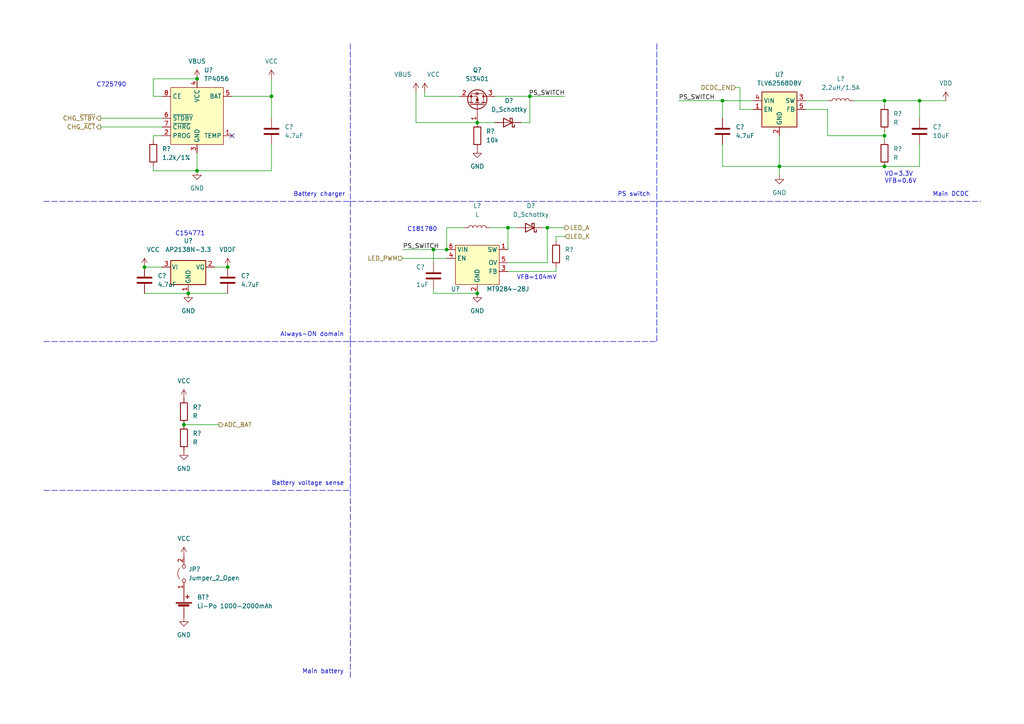
<source format=kicad_sch>
(kicad_sch (version 20211123) (generator eeschema)
  (paper "A4")
  (title_block (title "Home Sensor Tag") (rev "A0") (company "iM.Inc") (comment 1 "PRE-RELEASE"))
  (lib_symbols
    (symbol "Battery_Management_Local:TP4056"
      (property "Reference" "U" (at 0 0 0))
      (property "Value" "TP4056" (at 25.4 11.43 0))
      (symbol "TP4056_0_0"
        (pin input line (at 10.16 -5.08 180) (length 2.54) (name "TEMP") (number "1"))
        (pin input line (at -10.16 -5.08 0) (length 2.54) (name "PROG") (number "2"))
        (pin power_in line (at 0 -10.16 90) (length 2.54) (name "GND") (number "3"))
        (pin power_in line (at 0 11.43 270) (length 2.54) (name "VCC") (number "4"))
        (pin power_out line (at 10.16 6.35 180) (length 2.54) (name "BAT") (number "5"))
        (pin open_collector line (at -10.16 0 0) (length 2.54) (name "~{STDBY}") (number "6"))
        (pin open_collector line (at -10.16 -2.54 0) (length 2.54) (name "~{CHRG}") (number "7"))
        (pin input line (at -10.16 6.35 0) (length 2.54) (name "CE") (number "8"))
      )
      (symbol "TP4056_0_1"
        (rectangle (start -7.62 8.89) (end 7.62 -7.62) (fill (type background)))
      )
    )
    (symbol "Device:Battery_Cell" (pin_numbers hide) (pin_names (offset 0) hide)
      (property "Reference" "BT" (at 2.54 2.54 0))
      (property "Value" "Battery_Cell" (at 2.54 0 0))
      (symbol "Battery_Cell_0_1"
        (rectangle (start -2.286 1.778) (end 2.286 1.524) (fill (type outline)))
        (rectangle (start -1.5748 1.1938) (end 1.4732 0.6858) (fill (type outline)))
        (polyline (pts (xy 0 0.762) (xy 0 0)))
        (polyline (pts (xy 0 1.778) (xy 0 2.54)))
        (polyline (pts (xy 0.508 3.429) (xy 1.524 3.429)) (stroke (width 0.254)))
        (polyline (pts (xy 1.016 3.937) (xy 1.016 2.921)) (stroke (width 0.254)))
      )
      (symbol "Battery_Cell_1_1"
        (pin passive line (at 0 5.08 270) (length 2.54) (name "+") (number "1"))
        (pin passive line (at 0 -2.54 90) (length 2.54) (name "-") (number "2"))
      )
    )
    (symbol "Device:C" (pin_numbers hide) (pin_names (offset 0.254))
      (property "Reference" "C" (at 0.635 2.54 0))
      (property "Value" "C" (at 0.635 -2.54 0))
      (symbol "C_0_1"
        (polyline (pts (xy -2.032 -0.762) (xy 2.032 -0.762)) (stroke (width 0.508)))
        (polyline (pts (xy -2.032 0.762) (xy 2.032 0.762)) (stroke (width 0.508)))
      )
      (symbol "C_1_1"
        (pin passive line (at 0 3.81 270) (length 2.794) (name "~") (number "1"))
        (pin passive line (at 0 -3.81 90) (length 2.794) (name "~") (number "2"))
      )
    )
    (symbol "Device:D_Schottky" (pin_numbers hide) (pin_names (offset 1.016) hide)
      (property "Reference" "D" (at 0 2.54 0))
      (property "Value" "D_Schottky" (at 0 -2.54 0))
      (symbol "D_Schottky_0_1"
        (polyline (pts (xy 1.27 0) (xy -1.27 0)))
        (polyline (pts (xy 1.27 1.27) (xy 1.27 -1.27) (xy -1.27 0) (xy 1.27 1.27)) (stroke (width 0.254)))
        (polyline (pts (xy -1.905 0.635) (xy -1.905 1.27) (xy -1.27 1.27) (xy -1.27 -1.27) (xy -0.635 -1.27) (xy -0.635 -0.635)) (stroke (width 0.254)))
      )
      (symbol "D_Schottky_1_1"
        (pin passive line (at -3.81 0 0) (length 2.54) (name "K") (number "1"))
        (pin passive line (at 3.81 0 180) (length 2.54) (name "A") (number "2"))
      )
    )
    (symbol "Device:L" (pin_numbers hide) (pin_names (offset 1.016) hide)
      (property "Reference" "L" (at -1.27 0 90))
      (property "Value" "L" (at 1.905 0 90))
      (symbol "L_0_1"
        (arc (start 0 -2.54) (mid 0.635 -1.905) (end 0 -1.27))
        (arc (start 0 -1.27) (mid 0.635 -0.635) (end 0 0))
        (arc (start 0 0) (mid 0.635 0.635) (end 0 1.27))
        (arc (start 0 1.27) (mid 0.635 1.905) (end 0 2.54))
      )
      (symbol "L_1_1"
        (pin passive line (at 0 3.81 270) (length 1.27) (name "1") (number "1"))
        (pin passive line (at 0 -3.81 90) (length 1.27) (name "2") (number "2"))
      )
    )
    (symbol "Device:Q_PMOS_GSD" (pin_names (offset 0) hide)
      (property "Reference" "Q" (at 5.08 1.27 0))
      (property "Value" "Q_PMOS_GSD" (at 5.08 -1.27 0))
      (symbol "Q_PMOS_GSD_0_1"
        (polyline (pts (xy 0.254 0) (xy -2.54 0)))
        (polyline (pts (xy 0.254 1.905) (xy 0.254 -1.905)) (stroke (width 0.254)))
        (polyline (pts (xy 0.762 -1.27) (xy 0.762 -2.286)) (stroke (width 0.254)))
        (polyline (pts (xy 0.762 0.508) (xy 0.762 -0.508)) (stroke (width 0.254)))
        (polyline (pts (xy 0.762 2.286) (xy 0.762 1.27)) (stroke (width 0.254)))
        (polyline (pts (xy 2.54 2.54) (xy 2.54 1.778)))
        (polyline (pts (xy 2.54 -2.54) (xy 2.54 0) (xy 0.762 0)))
        (polyline (pts (xy 0.762 1.778) (xy 3.302 1.778) (xy 3.302 -1.778) (xy 0.762 -1.778)))
        (polyline (pts (xy 2.286 0) (xy 1.27 0.381) (xy 1.27 -0.381) (xy 2.286 0)) (fill (type outline)))
        (polyline (pts (xy 2.794 -0.508) (xy 2.921 -0.381) (xy 3.683 -0.381) (xy 3.81 -0.254)))
        (polyline (pts (xy 3.302 -0.381) (xy 2.921 0.254) (xy 3.683 0.254) (xy 3.302 -0.381)))
        (circle (center 1.651 0) (radius 2.794) (stroke (width 0.254)))
        (circle (center 2.54 -1.778) (radius 0.254) (fill (type outline)))
        (circle (center 2.54 1.778) (radius 0.254) (fill (type outline)))
      )
      (symbol "Q_PMOS_GSD_1_1"
        (pin input line (at -5.08 0 0) (length 2.54) (name "G") (number "1"))
        (pin passive line (at 2.54 -5.08 90) (length 2.54) (name "S") (number "2"))
        (pin passive line (at 2.54 5.08 270) (length 2.54) (name "D") (number "3"))
      )
    )
    (symbol "Device:R" (pin_numbers hide) (pin_names (offset 0))
      (property "Reference" "R" (at 2.032 0 90))
      (property "Value" "R" (at 0 0 90))
      (symbol "R_0_1"
        (rectangle (start -1.016 -2.54) (end 1.016 2.54) (stroke (width 0.254)))
      )
      (symbol "R_1_1"
        (pin passive line (at 0 3.81 270) (length 1.27) (name "~") (number "1"))
        (pin passive line (at 0 -3.81 90) (length 1.27) (name "~") (number "2"))
      )
    )
    (symbol "Jumper:Jumper_2_Open" (pin_names (offset 0) hide)
      (property "Reference" "JP" (at 0 2.794 0))
      (property "Value" "Jumper_2_Open" (at 0 -2.286 0))
      (symbol "Jumper_2_Open_0_0"
        (circle (center -2.032 0) (radius 0.508))
        (circle (center 2.032 0) (radius 0.508))
      )
      (symbol "Jumper_2_Open_0_1"
        (arc (start 1.524 1.27) (mid 0 1.778) (end -1.524 1.27))
      )
      (symbol "Jumper_2_Open_1_1"
        (pin passive line (at -5.08 0 0) (length 2.54) (name "A") (number "1"))
        (pin passive line (at 5.08 0 180) (length 2.54) (name "B") (number "2"))
      )
    )
    (symbol "LED_Driver:MT9284-28J"
      (property "Reference" "U" (at -6.35 6.35 0))
      (property "Value" "MT9284-28J" (at 13.97 6.35 0))
      (symbol "MT9284-28J_0_0"
        (pin power_out line (at 8.89 3.81 180) (length 2.54) (name "SW") (number "1"))
        (pin power_in line (at 0 -8.89 90) (length 2.54) (name "GND") (number "2"))
        (pin input line (at 8.89 -2.54 180) (length 2.54) (name "FB") (number "3"))
        (pin input line (at -8.89 1.27 0) (length 2.54) (name "EN") (number "4"))
        (pin input line (at 8.89 0 180) (length 2.54) (name "OV") (number "5"))
        (pin power_in line (at -8.89 3.81 0) (length 2.54) (name "VIN") (number "6"))
      )
      (symbol "MT9284-28J_0_1"
        (rectangle (start -6.35 5.08) (end 6.35 -6.35) (fill (type background)))
      )
    )
    (symbol "Regulator_Linear:AP2127N-3.3" (pin_names (offset 0.254))
      (property "Reference" "U" (at -3.81 3.175 0))
      (property "Value" "AP2127N-3.3" (at 0 3.175 0))
      (symbol "AP2127N-3.3_0_1"
        (rectangle (start -5.08 1.905) (end 5.08 -5.08) (stroke (width 0.254)) (fill (type background)))
      )
      (symbol "AP2127N-3.3_1_1"
        (pin power_in line (at 0 -7.62 90) (length 2.54) (name "GND") (number "1"))
        (pin power_out line (at 7.62 0 180) (length 2.54) (name "VO") (number "2"))
        (pin power_in line (at -7.62 0 0) (length 2.54) (name "VI") (number "3"))
      )
    )
    (symbol "Regulator_Switching:TLV62568DBV"
      (property "Reference" "U" (at -5.08 6.35 0))
      (property "Value" "TLV62568DBV" (at 0 6.35 0))
      (symbol "TLV62568DBV_0_1"
        (rectangle (start -5.08 5.08) (end 5.08 -5.08) (stroke (width 0.254)) (fill (type background)))
      )
      (symbol "TLV62568DBV_1_1"
        (pin input line (at -7.62 0 0) (length 2.54) (name "EN") (number "1"))
        (pin power_in line (at 0 -7.62 90) (length 2.54) (name "GND") (number "2"))
        (pin power_out line (at 7.62 2.54 180) (length 2.54) (name "SW") (number "3"))
        (pin power_in line (at -7.62 2.54 0) (length 2.54) (name "VIN") (number "4"))
        (pin input line (at 7.62 0 180) (length 2.54) (name "FB") (number "5"))
      )
    )
    (symbol "power:GND" (power) (pin_names (offset 0))
      (property "Value" "GND" (at 0 -3.81 0))
      (symbol "GND_0_1"
        (polyline (pts (xy 0 0) (xy 0 -1.27) (xy 1.27 -1.27) (xy 0 -2.54) (xy -1.27 -1.27) (xy 0 -1.27)))
      )
      (symbol "GND_1_1"
        (pin power_in line (at 0 0 270) (length 0) hide (name "GND") (number "1"))
      )
    )
    (symbol "power:VBUS" (power) (pin_names (offset 0))
      (property "Value" "VBUS" (at 0 3.81 0))
      (symbol "VBUS_0_1"
        (polyline (pts (xy -0.762 1.27) (xy 0 2.54)))
        (polyline (pts (xy 0 0) (xy 0 2.54)))
        (polyline (pts (xy 0 2.54) (xy 0.762 1.27)))
      )
      (symbol "VBUS_1_1"
        (pin power_in line (at 0 0 90) (length 0) hide (name "VBUS") (number "1"))
      )
    )
    (symbol "power:VCC" (power) (pin_names (offset 0))
      (property "Value" "VCC" (at 0 3.81 0))
      (symbol "VCC_0_1"
        (polyline (pts (xy -0.762 1.27) (xy 0 2.54)))
        (polyline (pts (xy 0 0) (xy 0 2.54)))
        (polyline (pts (xy 0 2.54) (xy 0.762 1.27)))
      )
      (symbol "VCC_1_1"
        (pin power_in line (at 0 0 90) (length 0) hide (name "VCC") (number "1"))
      )
    )
    (symbol "power:VDD" (power) (pin_names (offset 0))
      (property "Value" "VDD" (at 0 3.81 0))
      (symbol "VDD_0_1"
        (polyline (pts (xy -0.762 1.27) (xy 0 2.54)))
        (polyline (pts (xy 0 0) (xy 0 2.54)))
        (polyline (pts (xy 0 2.54) (xy 0.762 1.27)))
      )
      (symbol "VDD_1_1"
        (pin power_in line (at 0 0 90) (length 0) hide (name "VDD") (number "1"))
      )
    )
    (symbol "power:VDDF" (power) (pin_names (offset 0))
      (property "Value" "VDDF" (at 0 3.81 0))
      (symbol "VDDF_0_1"
        (polyline (pts (xy -0.762 1.27) (xy 0 2.54)))
        (polyline (pts (xy 0 0) (xy 0 2.54)))
        (polyline (pts (xy 0 2.54) (xy 0.762 1.27)))
      )
      (symbol "VDDF_1_1"
        (pin power_in line (at 0 0 90) (length 0) hide (name "VDDF") (number "1"))
      )
    )
  )
  (junction (at 266.7 29.21))
  (junction (at 256.54 48.26))
  (junction (at 256.54 29.21))
  (junction (at 209.55 29.21))
  (junction (at 125.73 72.39))
  (junction (at 138.43 85.09))
  (junction (at 66.04 77.47))
  (junction (at 57.15 22.86))
  (junction (at 129.54 72.39))
  (junction (at 256.54 39.37))
  (junction (at 57.15 49.53))
  (junction (at 153.67 27.94))
  (junction (at 138.43 35.56))
  (junction (at 226.06 48.26))
  (junction (at 158.75 66.04))
  (junction (at 41.91 77.47))
  (junction (at 147.32 66.04))
  (junction (at 54.61 85.09))
  (junction (at 78.74 27.94))
  (junction (at 53.34 123.19))
  (no_connect (at 67.31 39.37))
  (wire (pts (xy 125.73 72.39) (xy 129.54 72.39)))
  (polyline (pts (xy 101.6 58.42) (xy 190.5 58.42)))
  (wire (pts (xy 44.45 27.94) (xy 44.45 22.86)))
  (polyline (pts (xy 101.6 99.06) (xy 190.5 99.06)))
  (wire (pts (xy 147.32 78.74) (xy 161.29 78.74)))
  (wire (pts (xy 153.67 27.94) (xy 153.67 35.56)))
  (wire (pts (xy 147.32 76.2) (xy 158.75 76.2)))
  (wire (pts (xy 123.19 27.94) (xy 133.35 27.94)))
  (wire (pts (xy 233.68 31.75) (xy 240.03 31.75)))
  (polyline (pts (xy 190.5 58.42) (xy 284.48 58.42)))
  (wire (pts (xy 116.84 74.93) (xy 129.54 74.93)))
  (wire (pts (xy 226.06 48.26) (xy 226.06 50.8)))
  (wire (pts (xy 57.15 44.45) (xy 57.15 49.53)))
  (wire (pts (xy 256.54 39.37) (xy 256.54 40.64)))
  (wire (pts (xy 44.45 39.37) (xy 46.99 39.37)))
  (wire (pts (xy 120.65 35.56) (xy 138.43 35.56)))
  (wire (pts (xy 41.91 85.09) (xy 54.61 85.09)))
  (wire (pts (xy 44.45 40.64) (xy 44.45 39.37)))
  (wire (pts (xy 209.55 48.26) (xy 226.06 48.26)))
  (wire (pts (xy 226.06 39.37) (xy 226.06 48.26)))
  (wire (pts (xy 125.73 72.39) (xy 125.73 76.2)))
  (wire (pts (xy 44.45 22.86) (xy 57.15 22.86)))
  (wire (pts (xy 78.74 41.91) (xy 78.74 49.53)))
  (wire (pts (xy 209.55 34.29) (xy 209.55 29.21)))
  (wire (pts (xy 266.7 48.26) (xy 256.54 48.26)))
  (wire (pts (xy 240.03 31.75) (xy 240.03 39.37)))
  (wire (pts (xy 256.54 29.21) (xy 266.7 29.21)))
  (polyline (pts (xy 190.5 58.42) (xy 190.5 99.06)))
  (wire (pts (xy 120.65 26.67) (xy 120.65 35.56)))
  (wire (pts (xy 266.7 29.21) (xy 274.32 29.21)))
  (polyline (pts (xy 101.6 58.42) (xy 101.6 99.06)))
  (wire (pts (xy 138.43 35.56) (xy 143.51 35.56)))
  (wire (pts (xy 247.65 29.21) (xy 256.54 29.21)))
  (wire (pts (xy 54.61 85.09) (xy 66.04 85.09)))
  (polyline (pts (xy 190.5 12.7) (xy 190.5 58.42)))
  (wire (pts (xy 78.74 22.86) (xy 78.74 27.94)))
  (wire (pts (xy 53.34 123.19) (xy 63.5 123.19)))
  (wire (pts (xy 67.31 27.94) (xy 78.74 27.94)))
  (wire (pts (xy 153.67 27.94) (xy 163.83 27.94)))
  (polyline (pts (xy 101.6 12.7) (xy 101.6 58.42)))
  (wire (pts (xy 46.99 34.29) (xy 29.21 34.29)))
  (wire (pts (xy 158.75 66.04) (xy 163.83 66.04)))
  (wire (pts (xy 240.03 39.37) (xy 256.54 39.37)))
  (wire (pts (xy 196.85 29.21) (xy 209.55 29.21)))
  (wire (pts (xy 161.29 77.47) (xy 161.29 78.74)))
  (polyline (pts (xy 12.7 99.06) (xy 101.6 99.06)))
  (wire (pts (xy 129.54 66.04) (xy 134.62 66.04)))
  (wire (pts (xy 214.63 31.75) (xy 218.44 31.75)))
  (wire (pts (xy 153.67 35.56) (xy 151.13 35.56)))
  (wire (pts (xy 62.23 77.47) (xy 66.04 77.47)))
  (wire (pts (xy 41.91 77.47) (xy 46.99 77.47)))
  (wire (pts (xy 125.73 85.09) (xy 138.43 85.09)))
  (wire (pts (xy 214.63 25.4) (xy 214.63 31.75)))
  (wire (pts (xy 157.48 66.04) (xy 158.75 66.04)))
  (wire (pts (xy 44.45 49.53) (xy 57.15 49.53)))
  (wire (pts (xy 44.45 48.26) (xy 44.45 49.53)))
  (wire (pts (xy 161.29 68.58) (xy 161.29 69.85)))
  (wire (pts (xy 129.54 72.39) (xy 129.54 66.04)))
  (wire (pts (xy 57.15 49.53) (xy 78.74 49.53)))
  (wire (pts (xy 163.83 68.58) (xy 161.29 68.58)))
  (wire (pts (xy 46.99 27.94) (xy 44.45 27.94)))
  (wire (pts (xy 266.7 41.91) (xy 266.7 48.26)))
  (polyline (pts (xy 101.6 99.06) (xy 101.6 142.24)))
  (wire (pts (xy 209.55 41.91) (xy 209.55 48.26)))
  (wire (pts (xy 143.51 27.94) (xy 153.67 27.94)))
  (wire (pts (xy 256.54 30.48) (xy 256.54 29.21)))
  (polyline (pts (xy 12.7 58.42) (xy 101.6 58.42)))
  (wire (pts (xy 142.24 66.04) (xy 147.32 66.04)))
  (wire (pts (xy 29.21 36.83) (xy 46.99 36.83)))
  (wire (pts (xy 78.74 27.94) (xy 78.74 34.29)))
  (wire (pts (xy 256.54 38.1) (xy 256.54 39.37)))
  (polyline (pts (xy 101.6 142.24) (xy 101.6 196.85)))
  (wire (pts (xy 116.84 72.39) (xy 125.73 72.39)))
  (wire (pts (xy 213.36 25.4) (xy 214.63 25.4)))
  (wire (pts (xy 266.7 29.21) (xy 266.7 34.29)))
  (wire (pts (xy 233.68 29.21) (xy 240.03 29.21)))
  (wire (pts (xy 226.06 48.26) (xy 256.54 48.26)))
  (wire (pts (xy 209.55 29.21) (xy 218.44 29.21)))
  (wire (pts (xy 147.32 66.04) (xy 149.86 66.04)))
  (wire (pts (xy 123.19 26.67) (xy 123.19 27.94)))
  (wire (pts (xy 125.73 83.82) (xy 125.73 85.09)))
  (wire (pts (xy 147.32 66.04) (xy 147.32 72.39)))
  (polyline (pts (xy 12.7 142.24) (xy 101.6 142.24)))
  (wire (pts (xy 158.75 76.2) (xy 158.75 66.04)))
  (text "C181780" (at 118.11 67.31 0) (effects (font (size 1.27 1.27)) (justify left bottom)))
  (text "Battery charger" (at 85.09 57.15 0) (effects (font (size 1.27 1.27)) (justify left bottom)))
  (text "VO=3.3V\nVFB=0.6V" (at 256.54 53.34 0) (effects (font (size 1.27 1.27)) (justify left bottom)))
  (text "Main DCDC" (at 270.51 57.15 0) (effects (font (size 1.27 1.27)) (justify left bottom)))
  (text "Battery voltage sense" (at 78.74 140.97 0) (effects (font (size 1.27 1.27)) (justify left bottom)))
  (text "Main battery" (at 87.63 195.58 0) (effects (font (size 1.27 1.27)) (justify left bottom)))
  (text "VFB=104mV" (at 149.86 81.28 0) (effects (font (size 1.27 1.27)) (justify left bottom)))
  (text "C154771" (at 50.8 68.58 0) (effects (font (size 1.27 1.27)) (justify left bottom)))
  (text "PS switch" (at 179.07 57.15 0) (effects (font (size 1.27 1.27)) (justify left bottom)))
  (text "C725790" (at 27.94 25.4 0) (effects (font (size 1.27 1.27)) (justify left bottom)))
  (text "Always-ON domain" (at 81.28 97.79 0) (effects (font (size 1.27 1.27)) (justify left bottom)))
  (label "PS_SWITCH" (at 163.83 27.94 180))
  (label "PS_SWITCH" (at 196.85 29.21 0))
  (label "PS_SWITCH" (at 116.84 72.39 0))
  (hierarchical_label "DCDC_EN" (shape input) (at 213.36 25.4 180))
  (hierarchical_label "ADC_BAT" (shape output) (at 63.5 123.19 0))
  (hierarchical_label "LED_K" (shape input) (at 163.83 68.58 0))
  (hierarchical_label "CHG_~{ACT}" (shape output) (at 29.21 36.83 180))
  (hierarchical_label "LED_A" (shape output) (at 163.83 66.04 0))
  (hierarchical_label "LED_PWM" (shape input) (at 116.84 74.93 180))
  (hierarchical_label "CHG_~{STBY}" (shape output) (at 29.21 34.29 180))
  (symbol (lib_id "power:GND") (at 226.06 50.8 0) (unit 1)
    (property "Reference" "#PWR0121" (effects hide))
    (property "Value" "GND" (at 226.06 55.88 0))
  )
  (symbol (lib_id "Device:C") (at 78.74 38.1 0) (unit 1)
    (property "Reference" "C?" (at 82.55 36.8299 0) (effects (justify left)))
    (property "Value" "4.7uF" (at 82.55 39.3699 0) (effects (justify left)))
  )
  (symbol (lib_id "power:VBUS") (at 120.65 26.67 0) (unit 1)
    (property "Reference" "#PWR0127" (effects hide))
    (property "Value" "VBUS" (at 116.84 21.59 0))
  )
  (symbol (lib_id "power:VCC") (at 123.19 26.67 0) (unit 1)
    (property "Reference" "#PWR0126" (effects hide))
    (property "Value" "VCC" (at 125.73 21.59 0))
  )
  (symbol (lib_id "Device:C") (at 125.73 80.01 0) (unit 1)
    (property "Reference" "C?" (at 120.65 77.47 0) (effects (justify left)))
    (property "Value" "1uF" (at 120.65 82.55 0) (effects (justify left)))
  )
  (symbol (lib_id "Device:R") (at 161.29 73.66 0) (unit 1)
    (property "Reference" "R?" (at 163.83 72.3899 0) (effects (justify left)))
    (property "Value" "R" (at 163.83 74.9299 0) (effects (justify left)))
  )
  (symbol (lib_id "Device:C") (at 66.04 81.28 0) (unit 1)
    (property "Reference" "C?" (at 69.85 80.0099 0) (effects (justify left)))
    (property "Value" "4.7uF" (at 69.85 82.5499 0) (effects (justify left)))
  )
  (symbol (lib_id "power:GND") (at 54.61 85.09 0) (unit 1)
    (property "Reference" "#PWR0132" (effects hide))
    (property "Value" "GND" (at 54.61 90.17 0))
  )
  (symbol (lib_id "Device:C") (at 41.91 81.28 0) (unit 1)
    (property "Reference" "C?" (at 45.72 80.0099 0) (effects (justify left)))
    (property "Value" "4.7uF" (at 45.72 82.5499 0) (effects (justify left)))
  )
  (symbol (lib_id "Battery_Management_Local:TP4056") (at 57.15 34.29 0) (unit 1)
    (property "Reference" "U?" (at 59.1694 20.32 0) (effects (justify left)))
    (property "Value" "TP4056" (at 59.1694 22.86 0) (effects (justify left)))
    (property "Footprint" "Package_SO:SOIC-8-1EP_3.9x4.9mm_P1.27mm_EP2.62x3.51mm_ThermalVias" (effects hide))
  )
  (symbol (lib_id "Device:Battery_Cell") (at 53.34 176.53 0) (unit 1)
    (property "Reference" "BT?" (at 57.15 173.2279 0) (effects (justify left)))
    (property "Value" "Li-Po 1000-2000mAh" (at 57.15 175.7679 0) (effects (justify left)))
  )
  (symbol (lib_id "Device:R") (at 53.34 119.38 0) (unit 1)
    (property "Reference" "R?" (at 55.88 118.1099 0) (effects (justify left)))
    (property "Value" "R" (at 55.88 120.6499 0) (effects (justify left)))
  )
  (symbol (lib_id "power:VDD") (at 274.32 29.21 0) (unit 1)
    (property "Reference" "#PWR0122" (effects hide))
    (property "Value" "VDD" (at 274.32 24.13 0))
  )
  (symbol (lib_id "power:VDDF") (at 66.04 77.47 0) (unit 1)
    (property "Reference" "#PWR0129" (effects hide))
    (property "Value" "VDDF" (at 66.04 72.39 0))
  )
  (symbol (lib_id "Device:R") (at 138.43 39.37 0) (unit 1)
    (property "Reference" "R?" (at 140.97 38.0999 0) (effects (justify left)))
    (property "Value" "10k" (at 140.97 40.6399 0) (effects (justify left)))
  )
  (symbol (lib_id "power:GND") (at 53.34 179.07 0) (unit 1)
    (property "Reference" "#PWR0134" (effects hide))
    (property "Value" "GND" (at 53.34 184.15 0))
  )
  (symbol (lib_id "power:GND") (at 138.43 85.09 0) (unit 1)
    (property "Reference" "#PWR?" (effects hide))
    (property "Value" "GND" (at 138.43 90.17 0))
  )
  (symbol (lib_id "Device:C") (at 266.7 38.1 0) (unit 1)
    (property "Reference" "C?" (at 270.51 36.8299 0) (effects (justify left)))
    (property "Value" "10uF" (at 270.51 39.3699 0) (effects (justify left)))
  )
  (symbol (lib_id "Device:R") (at 44.45 44.45 0) (unit 1)
    (property "Reference" "R?" (at 46.99 43.1799 0) (effects (justify left)))
    (property "Value" "1.2k/1%" (at 46.99 45.7199 0) (effects (justify left)))
  )
  (symbol (lib_id "Device:L") (at 243.84 29.21 90) (unit 1)
    (property "Reference" "L?" (at 243.84 22.86 90))
    (property "Value" "2.2uH/1.5A" (at 243.84 25.4 90))
  )
  (symbol (lib_id "Device:C") (at 209.55 38.1 0) (unit 1)
    (property "Reference" "C?" (at 213.36 36.8299 0) (effects (justify left)))
    (property "Value" "4.7uF" (at 213.36 39.3699 0) (effects (justify left)))
  )
  (symbol (lib_id "Device:R") (at 53.34 127 0) (unit 1)
    (property "Reference" "R?" (at 55.88 125.7299 0) (effects (justify left)))
    (property "Value" "R" (at 55.88 128.2699 0) (effects (justify left)))
  )
  (symbol (lib_id "power:GND") (at 53.34 130.81 0) (unit 1)
    (property "Reference" "#PWR0133" (effects hide))
    (property "Value" "GND" (at 53.34 135.89 0))
  )
  (symbol (lib_id "Jumper:Jumper_2_Open") (at 53.34 166.37 90) (unit 1)
    (property "Reference" "JP?" (at 54.61 165.0999 90) (effects (justify right)))
    (property "Value" "Jumper_2_Open" (at 54.61 167.6399 90) (effects (justify right)))
  )
  (symbol (lib_id "power:GND") (at 138.43 43.18 0) (unit 1)
    (property "Reference" "#PWR0128" (effects hide))
    (property "Value" "GND" (at 138.43 48.26 0))
  )
  (symbol (lib_id "power:VCC") (at 41.91 77.47 0) (unit 1)
    (property "Reference" "#PWR0131" (effects hide))
    (property "Value" "VCC" (at 44.45 72.39 0))
  )
  (symbol (lib_id "power:VCC") (at 78.74 22.86 0) (unit 1)
    (property "Reference" "#PWR0125" (effects hide))
    (property "Value" "VCC" (at 78.74 17.78 0))
  )
  (symbol (lib_id "LED_Driver:MT9284-28J") (at 138.43 76.2 0) (unit 1)
    (property "Reference" "U?" (at 132.08 83.82 0))
    (property "Value" "MT9284-28J" (at 147.32 83.82 0))
    (property "Footprint" "Package_TO_SOT_SMD:SOT-23-6" (effects hide))
  )
  (symbol (lib_id "Device:R") (at 256.54 44.45 0) (unit 1)
    (property "Reference" "R?" (at 259.08 43.1799 0) (effects (justify left)))
    (property "Value" "R" (at 259.08 45.7199 0) (effects (justify left)))
  )
  (symbol (lib_id "Device:D_Schottky") (at 147.32 35.56 180) (unit 1)
    (property "Reference" "D?" (at 147.6375 29.21 0))
    (property "Value" "D_Schottky" (at 147.6375 31.75 0))
  )
  (symbol (lib_id "power:VBUS") (at 57.15 22.86 0) (unit 1)
    (property "Reference" "#PWR0124" (effects hide))
    (property "Value" "VBUS" (at 57.15 17.78 0))
  )
  (symbol (lib_id "power:GND") (at 57.15 49.53 0) (unit 1)
    (property "Reference" "#PWR?" (effects hide))
    (property "Value" "GND" (at 57.15 54.61 0))
  )
  (symbol (lib_id "Device:R") (at 256.54 34.29 0) (unit 1)
    (property "Reference" "R?" (at 259.08 33.0199 0) (effects (justify left)))
    (property "Value" "R" (at 259.08 35.5599 0) (effects (justify left)))
  )
  (symbol (lib_id "Device:Q_PMOS_GSD") (at 138.43 30.48 270) (mirror x) (unit 1)
    (property "Reference" "Q?" (at 138.43 20.32 90))
    (property "Value" "SI3401" (at 138.43 22.86 90))
  )
  (symbol (lib_id "Device:D_Schottky") (at 153.67 66.04 180) (unit 1)
    (property "Reference" "D?" (at 153.9875 59.69 0))
    (property "Value" "D_Schottky" (at 153.9875 62.23 0))
  )
  (symbol (lib_id "power:VCC") (at 53.34 161.29 0) (unit 1)
    (property "Reference" "#PWR0135" (effects hide))
    (property "Value" "VCC" (at 53.34 156.21 0))
  )
  (symbol (lib_id "Regulator_Switching:TLV62568DBV") (at 226.06 31.75 0) (unit 1)
    (property "Reference" "U?" (at 226.06 21.59 0))
    (property "Value" "TLV62568DBV" (at 226.06 24.13 0))
    (property "Footprint" "Package_TO_SOT_SMD:SOT-23-5" (effects hide))
    (property "Datasheet" "http://www.ti.com/lit/ds/symlink/tlv62568.pdf" (effects hide))
  )
  (symbol (lib_id "Device:L") (at 138.43 66.04 90) (unit 1)
    (property "Reference" "L?" (at 138.43 59.69 90))
    (property "Value" "L" (at 138.43 62.23 90))
  )
  (symbol (lib_id "Regulator_Linear:AP2127N-3.3") (at 54.61 77.47 0) (unit 1)
    (property "Reference" "U?" (at 54.61 69.85 0))
    (property "Value" "AP2138N-3.3" (at 54.61 72.39 0))
    (property "Footprint" "Package_TO_SOT_SMD:SOT-23" (effects hide))
    (property "Datasheet" "https://www.diodes.com/assets/Datasheets/AP2127.pdf" (effects hide))
  )
  (symbol (lib_id "power:VCC") (at 53.34 115.57 0) (unit 1)
    (property "Reference" "#PWR0130" (effects hide))
    (property "Value" "VCC" (at 53.34 110.49 0))
  )
)
</source>
